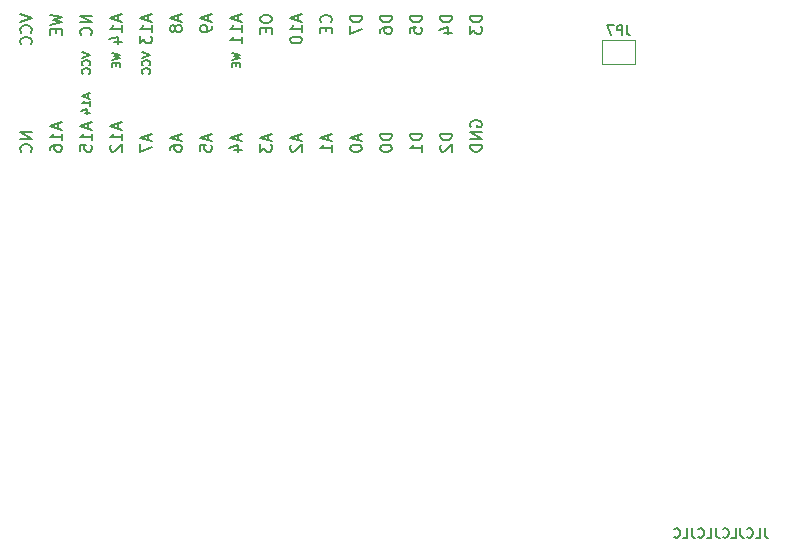
<source format=gbo>
G04 #@! TF.GenerationSoftware,KiCad,Pcbnew,5.1.9*
G04 #@! TF.CreationDate,2021-04-11T00:08:53+02:00*
G04 #@! TF.ProjectId,urp,7572702e-6b69-4636-9164-5f7063625858,rev?*
G04 #@! TF.SameCoordinates,Original*
G04 #@! TF.FileFunction,Legend,Bot*
G04 #@! TF.FilePolarity,Positive*
%FSLAX46Y46*%
G04 Gerber Fmt 4.6, Leading zero omitted, Abs format (unit mm)*
G04 Created by KiCad (PCBNEW 5.1.9) date 2021-04-11 00:08:53*
%MOMM*%
%LPD*%
G01*
G04 APERTURE LIST*
%ADD10C,0.200000*%
%ADD11C,0.150000*%
%ADD12C,0.120000*%
G04 APERTURE END LIST*
D10*
X132101238Y-142021904D02*
X132101238Y-142593333D01*
X132139333Y-142707619D01*
X132215523Y-142783809D01*
X132329809Y-142821904D01*
X132406000Y-142821904D01*
X131339333Y-142821904D02*
X131720285Y-142821904D01*
X131720285Y-142021904D01*
X130615523Y-142745714D02*
X130653619Y-142783809D01*
X130767904Y-142821904D01*
X130844095Y-142821904D01*
X130958380Y-142783809D01*
X131034571Y-142707619D01*
X131072666Y-142631428D01*
X131110761Y-142479047D01*
X131110761Y-142364761D01*
X131072666Y-142212380D01*
X131034571Y-142136190D01*
X130958380Y-142060000D01*
X130844095Y-142021904D01*
X130767904Y-142021904D01*
X130653619Y-142060000D01*
X130615523Y-142098095D01*
X130044095Y-142021904D02*
X130044095Y-142593333D01*
X130082190Y-142707619D01*
X130158380Y-142783809D01*
X130272666Y-142821904D01*
X130348857Y-142821904D01*
X129282190Y-142821904D02*
X129663142Y-142821904D01*
X129663142Y-142021904D01*
X128558380Y-142745714D02*
X128596476Y-142783809D01*
X128710761Y-142821904D01*
X128786952Y-142821904D01*
X128901238Y-142783809D01*
X128977428Y-142707619D01*
X129015523Y-142631428D01*
X129053619Y-142479047D01*
X129053619Y-142364761D01*
X129015523Y-142212380D01*
X128977428Y-142136190D01*
X128901238Y-142060000D01*
X128786952Y-142021904D01*
X128710761Y-142021904D01*
X128596476Y-142060000D01*
X128558380Y-142098095D01*
X127986952Y-142021904D02*
X127986952Y-142593333D01*
X128025047Y-142707619D01*
X128101238Y-142783809D01*
X128215523Y-142821904D01*
X128291714Y-142821904D01*
X127225047Y-142821904D02*
X127606000Y-142821904D01*
X127606000Y-142021904D01*
X126501238Y-142745714D02*
X126539333Y-142783809D01*
X126653619Y-142821904D01*
X126729809Y-142821904D01*
X126844095Y-142783809D01*
X126920285Y-142707619D01*
X126958380Y-142631428D01*
X126996476Y-142479047D01*
X126996476Y-142364761D01*
X126958380Y-142212380D01*
X126920285Y-142136190D01*
X126844095Y-142060000D01*
X126729809Y-142021904D01*
X126653619Y-142021904D01*
X126539333Y-142060000D01*
X126501238Y-142098095D01*
X125929809Y-142021904D02*
X125929809Y-142593333D01*
X125967904Y-142707619D01*
X126044095Y-142783809D01*
X126158380Y-142821904D01*
X126234571Y-142821904D01*
X125167904Y-142821904D02*
X125548857Y-142821904D01*
X125548857Y-142021904D01*
X124444095Y-142745714D02*
X124482190Y-142783809D01*
X124596476Y-142821904D01*
X124672666Y-142821904D01*
X124786952Y-142783809D01*
X124863142Y-142707619D01*
X124901238Y-142631428D01*
X124939333Y-142479047D01*
X124939333Y-142364761D01*
X124901238Y-142212380D01*
X124863142Y-142136190D01*
X124786952Y-142060000D01*
X124672666Y-142021904D01*
X124596476Y-142021904D01*
X124482190Y-142060000D01*
X124444095Y-142098095D01*
D11*
X74801666Y-105256500D02*
X74801666Y-105589833D01*
X75001666Y-105189833D02*
X74301666Y-105423166D01*
X75001666Y-105656500D01*
X75001666Y-106256500D02*
X75001666Y-105856500D01*
X75001666Y-106056500D02*
X74301666Y-106056500D01*
X74401666Y-105989833D01*
X74468333Y-105923166D01*
X74501666Y-105856500D01*
X74535000Y-106856500D02*
X75001666Y-106856500D01*
X74268333Y-106689833D02*
X74768333Y-106523166D01*
X74768333Y-106956500D01*
X74301666Y-101730166D02*
X75001666Y-101963500D01*
X74301666Y-102196833D01*
X74935000Y-102830166D02*
X74968333Y-102796833D01*
X75001666Y-102696833D01*
X75001666Y-102630166D01*
X74968333Y-102530166D01*
X74901666Y-102463500D01*
X74835000Y-102430166D01*
X74701666Y-102396833D01*
X74601666Y-102396833D01*
X74468333Y-102430166D01*
X74401666Y-102463500D01*
X74335000Y-102530166D01*
X74301666Y-102630166D01*
X74301666Y-102696833D01*
X74335000Y-102796833D01*
X74368333Y-102830166D01*
X74935000Y-103530166D02*
X74968333Y-103496833D01*
X75001666Y-103396833D01*
X75001666Y-103330166D01*
X74968333Y-103230166D01*
X74901666Y-103163500D01*
X74835000Y-103130166D01*
X74701666Y-103096833D01*
X74601666Y-103096833D01*
X74468333Y-103130166D01*
X74401666Y-103163500D01*
X74335000Y-103230166D01*
X74301666Y-103330166D01*
X74301666Y-103396833D01*
X74335000Y-103496833D01*
X74368333Y-103530166D01*
X76841666Y-101763500D02*
X77541666Y-101930166D01*
X77041666Y-102063500D01*
X77541666Y-102196833D01*
X76841666Y-102363500D01*
X77175000Y-102630166D02*
X77175000Y-102863500D01*
X77541666Y-102963500D02*
X77541666Y-102630166D01*
X76841666Y-102630166D01*
X76841666Y-102963500D01*
X79381666Y-101730166D02*
X80081666Y-101963500D01*
X79381666Y-102196833D01*
X80015000Y-102830166D02*
X80048333Y-102796833D01*
X80081666Y-102696833D01*
X80081666Y-102630166D01*
X80048333Y-102530166D01*
X79981666Y-102463500D01*
X79915000Y-102430166D01*
X79781666Y-102396833D01*
X79681666Y-102396833D01*
X79548333Y-102430166D01*
X79481666Y-102463500D01*
X79415000Y-102530166D01*
X79381666Y-102630166D01*
X79381666Y-102696833D01*
X79415000Y-102796833D01*
X79448333Y-102830166D01*
X80015000Y-103530166D02*
X80048333Y-103496833D01*
X80081666Y-103396833D01*
X80081666Y-103330166D01*
X80048333Y-103230166D01*
X79981666Y-103163500D01*
X79915000Y-103130166D01*
X79781666Y-103096833D01*
X79681666Y-103096833D01*
X79548333Y-103130166D01*
X79481666Y-103163500D01*
X79415000Y-103230166D01*
X79381666Y-103330166D01*
X79381666Y-103396833D01*
X79415000Y-103496833D01*
X79448333Y-103530166D01*
X87001666Y-101763500D02*
X87701666Y-101930166D01*
X87201666Y-102063500D01*
X87701666Y-102196833D01*
X87001666Y-102363500D01*
X87335000Y-102630166D02*
X87335000Y-102863500D01*
X87701666Y-102963500D02*
X87701666Y-102630166D01*
X87001666Y-102630166D01*
X87001666Y-102963500D01*
D10*
X108157380Y-98632095D02*
X107157380Y-98632095D01*
X107157380Y-98870190D01*
X107205000Y-99013047D01*
X107300238Y-99108285D01*
X107395476Y-99155904D01*
X107585952Y-99203523D01*
X107728809Y-99203523D01*
X107919285Y-99155904D01*
X108014523Y-99108285D01*
X108109761Y-99013047D01*
X108157380Y-98870190D01*
X108157380Y-98632095D01*
X107157380Y-99536857D02*
X107157380Y-100155904D01*
X107538333Y-99822571D01*
X107538333Y-99965428D01*
X107585952Y-100060666D01*
X107633571Y-100108285D01*
X107728809Y-100155904D01*
X107966904Y-100155904D01*
X108062142Y-100108285D01*
X108109761Y-100060666D01*
X108157380Y-99965428D01*
X108157380Y-99679714D01*
X108109761Y-99584476D01*
X108062142Y-99536857D01*
X105617380Y-98632095D02*
X104617380Y-98632095D01*
X104617380Y-98870190D01*
X104665000Y-99013047D01*
X104760238Y-99108285D01*
X104855476Y-99155904D01*
X105045952Y-99203523D01*
X105188809Y-99203523D01*
X105379285Y-99155904D01*
X105474523Y-99108285D01*
X105569761Y-99013047D01*
X105617380Y-98870190D01*
X105617380Y-98632095D01*
X104950714Y-100060666D02*
X105617380Y-100060666D01*
X104569761Y-99822571D02*
X105284047Y-99584476D01*
X105284047Y-100203523D01*
X103077380Y-98632095D02*
X102077380Y-98632095D01*
X102077380Y-98870190D01*
X102125000Y-99013047D01*
X102220238Y-99108285D01*
X102315476Y-99155904D01*
X102505952Y-99203523D01*
X102648809Y-99203523D01*
X102839285Y-99155904D01*
X102934523Y-99108285D01*
X103029761Y-99013047D01*
X103077380Y-98870190D01*
X103077380Y-98632095D01*
X102077380Y-100108285D02*
X102077380Y-99632095D01*
X102553571Y-99584476D01*
X102505952Y-99632095D01*
X102458333Y-99727333D01*
X102458333Y-99965428D01*
X102505952Y-100060666D01*
X102553571Y-100108285D01*
X102648809Y-100155904D01*
X102886904Y-100155904D01*
X102982142Y-100108285D01*
X103029761Y-100060666D01*
X103077380Y-99965428D01*
X103077380Y-99727333D01*
X103029761Y-99632095D01*
X102982142Y-99584476D01*
X100537380Y-98632095D02*
X99537380Y-98632095D01*
X99537380Y-98870190D01*
X99585000Y-99013047D01*
X99680238Y-99108285D01*
X99775476Y-99155904D01*
X99965952Y-99203523D01*
X100108809Y-99203523D01*
X100299285Y-99155904D01*
X100394523Y-99108285D01*
X100489761Y-99013047D01*
X100537380Y-98870190D01*
X100537380Y-98632095D01*
X99537380Y-100060666D02*
X99537380Y-99870190D01*
X99585000Y-99774952D01*
X99632619Y-99727333D01*
X99775476Y-99632095D01*
X99965952Y-99584476D01*
X100346904Y-99584476D01*
X100442142Y-99632095D01*
X100489761Y-99679714D01*
X100537380Y-99774952D01*
X100537380Y-99965428D01*
X100489761Y-100060666D01*
X100442142Y-100108285D01*
X100346904Y-100155904D01*
X100108809Y-100155904D01*
X100013571Y-100108285D01*
X99965952Y-100060666D01*
X99918333Y-99965428D01*
X99918333Y-99774952D01*
X99965952Y-99679714D01*
X100013571Y-99632095D01*
X100108809Y-99584476D01*
X97997380Y-98632095D02*
X96997380Y-98632095D01*
X96997380Y-98870190D01*
X97045000Y-99013047D01*
X97140238Y-99108285D01*
X97235476Y-99155904D01*
X97425952Y-99203523D01*
X97568809Y-99203523D01*
X97759285Y-99155904D01*
X97854523Y-99108285D01*
X97949761Y-99013047D01*
X97997380Y-98870190D01*
X97997380Y-98632095D01*
X96997380Y-99536857D02*
X96997380Y-100203523D01*
X97997380Y-99774952D01*
X95362142Y-99203523D02*
X95409761Y-99155904D01*
X95457380Y-99013047D01*
X95457380Y-98917809D01*
X95409761Y-98774952D01*
X95314523Y-98679714D01*
X95219285Y-98632095D01*
X95028809Y-98584476D01*
X94885952Y-98584476D01*
X94695476Y-98632095D01*
X94600238Y-98679714D01*
X94505000Y-98774952D01*
X94457380Y-98917809D01*
X94457380Y-99013047D01*
X94505000Y-99155904D01*
X94552619Y-99203523D01*
X94933571Y-99632095D02*
X94933571Y-99965428D01*
X95457380Y-100108285D02*
X95457380Y-99632095D01*
X94457380Y-99632095D01*
X94457380Y-100108285D01*
X92631666Y-98584476D02*
X92631666Y-99060666D01*
X92917380Y-98489238D02*
X91917380Y-98822571D01*
X92917380Y-99155904D01*
X92917380Y-100013047D02*
X92917380Y-99441619D01*
X92917380Y-99727333D02*
X91917380Y-99727333D01*
X92060238Y-99632095D01*
X92155476Y-99536857D01*
X92203095Y-99441619D01*
X91917380Y-100632095D02*
X91917380Y-100727333D01*
X91965000Y-100822571D01*
X92012619Y-100870190D01*
X92107857Y-100917809D01*
X92298333Y-100965428D01*
X92536428Y-100965428D01*
X92726904Y-100917809D01*
X92822142Y-100870190D01*
X92869761Y-100822571D01*
X92917380Y-100727333D01*
X92917380Y-100632095D01*
X92869761Y-100536857D01*
X92822142Y-100489238D01*
X92726904Y-100441619D01*
X92536428Y-100394000D01*
X92298333Y-100394000D01*
X92107857Y-100441619D01*
X92012619Y-100489238D01*
X91965000Y-100536857D01*
X91917380Y-100632095D01*
X89377380Y-98822571D02*
X89377380Y-99013047D01*
X89425000Y-99108285D01*
X89520238Y-99203523D01*
X89710714Y-99251142D01*
X90044047Y-99251142D01*
X90234523Y-99203523D01*
X90329761Y-99108285D01*
X90377380Y-99013047D01*
X90377380Y-98822571D01*
X90329761Y-98727333D01*
X90234523Y-98632095D01*
X90044047Y-98584476D01*
X89710714Y-98584476D01*
X89520238Y-98632095D01*
X89425000Y-98727333D01*
X89377380Y-98822571D01*
X89853571Y-99679714D02*
X89853571Y-100013047D01*
X90377380Y-100155904D02*
X90377380Y-99679714D01*
X89377380Y-99679714D01*
X89377380Y-100155904D01*
X87551666Y-98584476D02*
X87551666Y-99060666D01*
X87837380Y-98489238D02*
X86837380Y-98822571D01*
X87837380Y-99155904D01*
X87837380Y-100013047D02*
X87837380Y-99441619D01*
X87837380Y-99727333D02*
X86837380Y-99727333D01*
X86980238Y-99632095D01*
X87075476Y-99536857D01*
X87123095Y-99441619D01*
X87837380Y-100965428D02*
X87837380Y-100394000D01*
X87837380Y-100679714D02*
X86837380Y-100679714D01*
X86980238Y-100584476D01*
X87075476Y-100489238D01*
X87123095Y-100394000D01*
X85011666Y-98584476D02*
X85011666Y-99060666D01*
X85297380Y-98489238D02*
X84297380Y-98822571D01*
X85297380Y-99155904D01*
X85297380Y-99536857D02*
X85297380Y-99727333D01*
X85249761Y-99822571D01*
X85202142Y-99870190D01*
X85059285Y-99965428D01*
X84868809Y-100013047D01*
X84487857Y-100013047D01*
X84392619Y-99965428D01*
X84345000Y-99917809D01*
X84297380Y-99822571D01*
X84297380Y-99632095D01*
X84345000Y-99536857D01*
X84392619Y-99489238D01*
X84487857Y-99441619D01*
X84725952Y-99441619D01*
X84821190Y-99489238D01*
X84868809Y-99536857D01*
X84916428Y-99632095D01*
X84916428Y-99822571D01*
X84868809Y-99917809D01*
X84821190Y-99965428D01*
X84725952Y-100013047D01*
X82471666Y-98584476D02*
X82471666Y-99060666D01*
X82757380Y-98489238D02*
X81757380Y-98822571D01*
X82757380Y-99155904D01*
X82185952Y-99632095D02*
X82138333Y-99536857D01*
X82090714Y-99489238D01*
X81995476Y-99441619D01*
X81947857Y-99441619D01*
X81852619Y-99489238D01*
X81805000Y-99536857D01*
X81757380Y-99632095D01*
X81757380Y-99822571D01*
X81805000Y-99917809D01*
X81852619Y-99965428D01*
X81947857Y-100013047D01*
X81995476Y-100013047D01*
X82090714Y-99965428D01*
X82138333Y-99917809D01*
X82185952Y-99822571D01*
X82185952Y-99632095D01*
X82233571Y-99536857D01*
X82281190Y-99489238D01*
X82376428Y-99441619D01*
X82566904Y-99441619D01*
X82662142Y-99489238D01*
X82709761Y-99536857D01*
X82757380Y-99632095D01*
X82757380Y-99822571D01*
X82709761Y-99917809D01*
X82662142Y-99965428D01*
X82566904Y-100013047D01*
X82376428Y-100013047D01*
X82281190Y-99965428D01*
X82233571Y-99917809D01*
X82185952Y-99822571D01*
X79931666Y-98584476D02*
X79931666Y-99060666D01*
X80217380Y-98489238D02*
X79217380Y-98822571D01*
X80217380Y-99155904D01*
X80217380Y-100013047D02*
X80217380Y-99441619D01*
X80217380Y-99727333D02*
X79217380Y-99727333D01*
X79360238Y-99632095D01*
X79455476Y-99536857D01*
X79503095Y-99441619D01*
X79217380Y-100346380D02*
X79217380Y-100965428D01*
X79598333Y-100632095D01*
X79598333Y-100774952D01*
X79645952Y-100870190D01*
X79693571Y-100917809D01*
X79788809Y-100965428D01*
X80026904Y-100965428D01*
X80122142Y-100917809D01*
X80169761Y-100870190D01*
X80217380Y-100774952D01*
X80217380Y-100489238D01*
X80169761Y-100394000D01*
X80122142Y-100346380D01*
X77391666Y-98584476D02*
X77391666Y-99060666D01*
X77677380Y-98489238D02*
X76677380Y-98822571D01*
X77677380Y-99155904D01*
X77677380Y-100013047D02*
X77677380Y-99441619D01*
X77677380Y-99727333D02*
X76677380Y-99727333D01*
X76820238Y-99632095D01*
X76915476Y-99536857D01*
X76963095Y-99441619D01*
X77010714Y-100870190D02*
X77677380Y-100870190D01*
X76629761Y-100632095D02*
X77344047Y-100394000D01*
X77344047Y-101013047D01*
X75137380Y-98632095D02*
X74137380Y-98632095D01*
X75137380Y-99203523D01*
X74137380Y-99203523D01*
X75042142Y-100251142D02*
X75089761Y-100203523D01*
X75137380Y-100060666D01*
X75137380Y-99965428D01*
X75089761Y-99822571D01*
X74994523Y-99727333D01*
X74899285Y-99679714D01*
X74708809Y-99632095D01*
X74565952Y-99632095D01*
X74375476Y-99679714D01*
X74280238Y-99727333D01*
X74185000Y-99822571D01*
X74137380Y-99965428D01*
X74137380Y-100060666D01*
X74185000Y-100203523D01*
X74232619Y-100251142D01*
X71597380Y-98536857D02*
X72597380Y-98774952D01*
X71883095Y-98965428D01*
X72597380Y-99155904D01*
X71597380Y-99394000D01*
X72073571Y-99774952D02*
X72073571Y-100108285D01*
X72597380Y-100251142D02*
X72597380Y-99774952D01*
X71597380Y-99774952D01*
X71597380Y-100251142D01*
X69057380Y-98489238D02*
X70057380Y-98822571D01*
X69057380Y-99155904D01*
X69962142Y-100060666D02*
X70009761Y-100013047D01*
X70057380Y-99870190D01*
X70057380Y-99774952D01*
X70009761Y-99632095D01*
X69914523Y-99536857D01*
X69819285Y-99489238D01*
X69628809Y-99441619D01*
X69485952Y-99441619D01*
X69295476Y-99489238D01*
X69200238Y-99536857D01*
X69105000Y-99632095D01*
X69057380Y-99774952D01*
X69057380Y-99870190D01*
X69105000Y-100013047D01*
X69152619Y-100060666D01*
X69962142Y-101060666D02*
X70009761Y-101013047D01*
X70057380Y-100870190D01*
X70057380Y-100774952D01*
X70009761Y-100632095D01*
X69914523Y-100536857D01*
X69819285Y-100489238D01*
X69628809Y-100441619D01*
X69485952Y-100441619D01*
X69295476Y-100489238D01*
X69200238Y-100536857D01*
X69105000Y-100632095D01*
X69057380Y-100774952D01*
X69057380Y-100870190D01*
X69105000Y-101013047D01*
X69152619Y-101060666D01*
X107205000Y-108040285D02*
X107157380Y-107945047D01*
X107157380Y-107802190D01*
X107205000Y-107659333D01*
X107300238Y-107564095D01*
X107395476Y-107516476D01*
X107585952Y-107468857D01*
X107728809Y-107468857D01*
X107919285Y-107516476D01*
X108014523Y-107564095D01*
X108109761Y-107659333D01*
X108157380Y-107802190D01*
X108157380Y-107897428D01*
X108109761Y-108040285D01*
X108062142Y-108087904D01*
X107728809Y-108087904D01*
X107728809Y-107897428D01*
X108157380Y-108516476D02*
X107157380Y-108516476D01*
X108157380Y-109087904D01*
X107157380Y-109087904D01*
X108157380Y-109564095D02*
X107157380Y-109564095D01*
X107157380Y-109802190D01*
X107205000Y-109945047D01*
X107300238Y-110040285D01*
X107395476Y-110087904D01*
X107585952Y-110135523D01*
X107728809Y-110135523D01*
X107919285Y-110087904D01*
X108014523Y-110040285D01*
X108109761Y-109945047D01*
X108157380Y-109802190D01*
X108157380Y-109564095D01*
X105617380Y-108611714D02*
X104617380Y-108611714D01*
X104617380Y-108849809D01*
X104665000Y-108992666D01*
X104760238Y-109087904D01*
X104855476Y-109135523D01*
X105045952Y-109183142D01*
X105188809Y-109183142D01*
X105379285Y-109135523D01*
X105474523Y-109087904D01*
X105569761Y-108992666D01*
X105617380Y-108849809D01*
X105617380Y-108611714D01*
X104712619Y-109564095D02*
X104665000Y-109611714D01*
X104617380Y-109706952D01*
X104617380Y-109945047D01*
X104665000Y-110040285D01*
X104712619Y-110087904D01*
X104807857Y-110135523D01*
X104903095Y-110135523D01*
X105045952Y-110087904D01*
X105617380Y-109516476D01*
X105617380Y-110135523D01*
X103077380Y-108611714D02*
X102077380Y-108611714D01*
X102077380Y-108849809D01*
X102125000Y-108992666D01*
X102220238Y-109087904D01*
X102315476Y-109135523D01*
X102505952Y-109183142D01*
X102648809Y-109183142D01*
X102839285Y-109135523D01*
X102934523Y-109087904D01*
X103029761Y-108992666D01*
X103077380Y-108849809D01*
X103077380Y-108611714D01*
X103077380Y-110135523D02*
X103077380Y-109564095D01*
X103077380Y-109849809D02*
X102077380Y-109849809D01*
X102220238Y-109754571D01*
X102315476Y-109659333D01*
X102363095Y-109564095D01*
X100537380Y-108611714D02*
X99537380Y-108611714D01*
X99537380Y-108849809D01*
X99585000Y-108992666D01*
X99680238Y-109087904D01*
X99775476Y-109135523D01*
X99965952Y-109183142D01*
X100108809Y-109183142D01*
X100299285Y-109135523D01*
X100394523Y-109087904D01*
X100489761Y-108992666D01*
X100537380Y-108849809D01*
X100537380Y-108611714D01*
X99537380Y-109802190D02*
X99537380Y-109897428D01*
X99585000Y-109992666D01*
X99632619Y-110040285D01*
X99727857Y-110087904D01*
X99918333Y-110135523D01*
X100156428Y-110135523D01*
X100346904Y-110087904D01*
X100442142Y-110040285D01*
X100489761Y-109992666D01*
X100537380Y-109897428D01*
X100537380Y-109802190D01*
X100489761Y-109706952D01*
X100442142Y-109659333D01*
X100346904Y-109611714D01*
X100156428Y-109564095D01*
X99918333Y-109564095D01*
X99727857Y-109611714D01*
X99632619Y-109659333D01*
X99585000Y-109706952D01*
X99537380Y-109802190D01*
X97711666Y-108706952D02*
X97711666Y-109183142D01*
X97997380Y-108611714D02*
X96997380Y-108945047D01*
X97997380Y-109278380D01*
X96997380Y-109802190D02*
X96997380Y-109897428D01*
X97045000Y-109992666D01*
X97092619Y-110040285D01*
X97187857Y-110087904D01*
X97378333Y-110135523D01*
X97616428Y-110135523D01*
X97806904Y-110087904D01*
X97902142Y-110040285D01*
X97949761Y-109992666D01*
X97997380Y-109897428D01*
X97997380Y-109802190D01*
X97949761Y-109706952D01*
X97902142Y-109659333D01*
X97806904Y-109611714D01*
X97616428Y-109564095D01*
X97378333Y-109564095D01*
X97187857Y-109611714D01*
X97092619Y-109659333D01*
X97045000Y-109706952D01*
X96997380Y-109802190D01*
X95171666Y-108706952D02*
X95171666Y-109183142D01*
X95457380Y-108611714D02*
X94457380Y-108945047D01*
X95457380Y-109278380D01*
X95457380Y-110135523D02*
X95457380Y-109564095D01*
X95457380Y-109849809D02*
X94457380Y-109849809D01*
X94600238Y-109754571D01*
X94695476Y-109659333D01*
X94743095Y-109564095D01*
X92631666Y-108706952D02*
X92631666Y-109183142D01*
X92917380Y-108611714D02*
X91917380Y-108945047D01*
X92917380Y-109278380D01*
X92012619Y-109564095D02*
X91965000Y-109611714D01*
X91917380Y-109706952D01*
X91917380Y-109945047D01*
X91965000Y-110040285D01*
X92012619Y-110087904D01*
X92107857Y-110135523D01*
X92203095Y-110135523D01*
X92345952Y-110087904D01*
X92917380Y-109516476D01*
X92917380Y-110135523D01*
X90091666Y-108706952D02*
X90091666Y-109183142D01*
X90377380Y-108611714D02*
X89377380Y-108945047D01*
X90377380Y-109278380D01*
X89377380Y-109516476D02*
X89377380Y-110135523D01*
X89758333Y-109802190D01*
X89758333Y-109945047D01*
X89805952Y-110040285D01*
X89853571Y-110087904D01*
X89948809Y-110135523D01*
X90186904Y-110135523D01*
X90282142Y-110087904D01*
X90329761Y-110040285D01*
X90377380Y-109945047D01*
X90377380Y-109659333D01*
X90329761Y-109564095D01*
X90282142Y-109516476D01*
X87551666Y-108706952D02*
X87551666Y-109183142D01*
X87837380Y-108611714D02*
X86837380Y-108945047D01*
X87837380Y-109278380D01*
X87170714Y-110040285D02*
X87837380Y-110040285D01*
X86789761Y-109802190D02*
X87504047Y-109564095D01*
X87504047Y-110183142D01*
X85011666Y-108706952D02*
X85011666Y-109183142D01*
X85297380Y-108611714D02*
X84297380Y-108945047D01*
X85297380Y-109278380D01*
X84297380Y-110087904D02*
X84297380Y-109611714D01*
X84773571Y-109564095D01*
X84725952Y-109611714D01*
X84678333Y-109706952D01*
X84678333Y-109945047D01*
X84725952Y-110040285D01*
X84773571Y-110087904D01*
X84868809Y-110135523D01*
X85106904Y-110135523D01*
X85202142Y-110087904D01*
X85249761Y-110040285D01*
X85297380Y-109945047D01*
X85297380Y-109706952D01*
X85249761Y-109611714D01*
X85202142Y-109564095D01*
X82471666Y-108706952D02*
X82471666Y-109183142D01*
X82757380Y-108611714D02*
X81757380Y-108945047D01*
X82757380Y-109278380D01*
X81757380Y-110040285D02*
X81757380Y-109849809D01*
X81805000Y-109754571D01*
X81852619Y-109706952D01*
X81995476Y-109611714D01*
X82185952Y-109564095D01*
X82566904Y-109564095D01*
X82662142Y-109611714D01*
X82709761Y-109659333D01*
X82757380Y-109754571D01*
X82757380Y-109945047D01*
X82709761Y-110040285D01*
X82662142Y-110087904D01*
X82566904Y-110135523D01*
X82328809Y-110135523D01*
X82233571Y-110087904D01*
X82185952Y-110040285D01*
X82138333Y-109945047D01*
X82138333Y-109754571D01*
X82185952Y-109659333D01*
X82233571Y-109611714D01*
X82328809Y-109564095D01*
X79931666Y-108706952D02*
X79931666Y-109183142D01*
X80217380Y-108611714D02*
X79217380Y-108945047D01*
X80217380Y-109278380D01*
X79217380Y-109516476D02*
X79217380Y-110183142D01*
X80217380Y-109754571D01*
X77391666Y-107754571D02*
X77391666Y-108230761D01*
X77677380Y-107659333D02*
X76677380Y-107992666D01*
X77677380Y-108326000D01*
X77677380Y-109183142D02*
X77677380Y-108611714D01*
X77677380Y-108897428D02*
X76677380Y-108897428D01*
X76820238Y-108802190D01*
X76915476Y-108706952D01*
X76963095Y-108611714D01*
X76772619Y-109564095D02*
X76725000Y-109611714D01*
X76677380Y-109706952D01*
X76677380Y-109945047D01*
X76725000Y-110040285D01*
X76772619Y-110087904D01*
X76867857Y-110135523D01*
X76963095Y-110135523D01*
X77105952Y-110087904D01*
X77677380Y-109516476D01*
X77677380Y-110135523D01*
X74851666Y-107754571D02*
X74851666Y-108230761D01*
X75137380Y-107659333D02*
X74137380Y-107992666D01*
X75137380Y-108326000D01*
X75137380Y-109183142D02*
X75137380Y-108611714D01*
X75137380Y-108897428D02*
X74137380Y-108897428D01*
X74280238Y-108802190D01*
X74375476Y-108706952D01*
X74423095Y-108611714D01*
X74137380Y-110087904D02*
X74137380Y-109611714D01*
X74613571Y-109564095D01*
X74565952Y-109611714D01*
X74518333Y-109706952D01*
X74518333Y-109945047D01*
X74565952Y-110040285D01*
X74613571Y-110087904D01*
X74708809Y-110135523D01*
X74946904Y-110135523D01*
X75042142Y-110087904D01*
X75089761Y-110040285D01*
X75137380Y-109945047D01*
X75137380Y-109706952D01*
X75089761Y-109611714D01*
X75042142Y-109564095D01*
X72311666Y-107754571D02*
X72311666Y-108230761D01*
X72597380Y-107659333D02*
X71597380Y-107992666D01*
X72597380Y-108326000D01*
X72597380Y-109183142D02*
X72597380Y-108611714D01*
X72597380Y-108897428D02*
X71597380Y-108897428D01*
X71740238Y-108802190D01*
X71835476Y-108706952D01*
X71883095Y-108611714D01*
X71597380Y-110040285D02*
X71597380Y-109849809D01*
X71645000Y-109754571D01*
X71692619Y-109706952D01*
X71835476Y-109611714D01*
X72025952Y-109564095D01*
X72406904Y-109564095D01*
X72502142Y-109611714D01*
X72549761Y-109659333D01*
X72597380Y-109754571D01*
X72597380Y-109945047D01*
X72549761Y-110040285D01*
X72502142Y-110087904D01*
X72406904Y-110135523D01*
X72168809Y-110135523D01*
X72073571Y-110087904D01*
X72025952Y-110040285D01*
X71978333Y-109945047D01*
X71978333Y-109754571D01*
X72025952Y-109659333D01*
X72073571Y-109611714D01*
X72168809Y-109564095D01*
X70057380Y-108516476D02*
X69057380Y-108516476D01*
X70057380Y-109087904D01*
X69057380Y-109087904D01*
X69962142Y-110135523D02*
X70009761Y-110087904D01*
X70057380Y-109945047D01*
X70057380Y-109849809D01*
X70009761Y-109706952D01*
X69914523Y-109611714D01*
X69819285Y-109564095D01*
X69628809Y-109516476D01*
X69485952Y-109516476D01*
X69295476Y-109564095D01*
X69200238Y-109611714D01*
X69105000Y-109706952D01*
X69057380Y-109849809D01*
X69057380Y-109945047D01*
X69105000Y-110087904D01*
X69152619Y-110135523D01*
D12*
G04 #@! TO.C,JP7*
X121170000Y-100693000D02*
X118370000Y-100693000D01*
X118370000Y-100693000D02*
X118370000Y-102693000D01*
X118370000Y-102693000D02*
X121170000Y-102693000D01*
X121170000Y-102693000D02*
X121170000Y-100693000D01*
D11*
X120436666Y-99454904D02*
X120436666Y-100026333D01*
X120474761Y-100140619D01*
X120550952Y-100216809D01*
X120665238Y-100254904D01*
X120741428Y-100254904D01*
X120055714Y-100254904D02*
X120055714Y-99454904D01*
X119750952Y-99454904D01*
X119674761Y-99493000D01*
X119636666Y-99531095D01*
X119598571Y-99607285D01*
X119598571Y-99721571D01*
X119636666Y-99797761D01*
X119674761Y-99835857D01*
X119750952Y-99873952D01*
X120055714Y-99873952D01*
X119331904Y-99454904D02*
X118798571Y-99454904D01*
X119141428Y-100254904D01*
G04 #@! TD*
M02*

</source>
